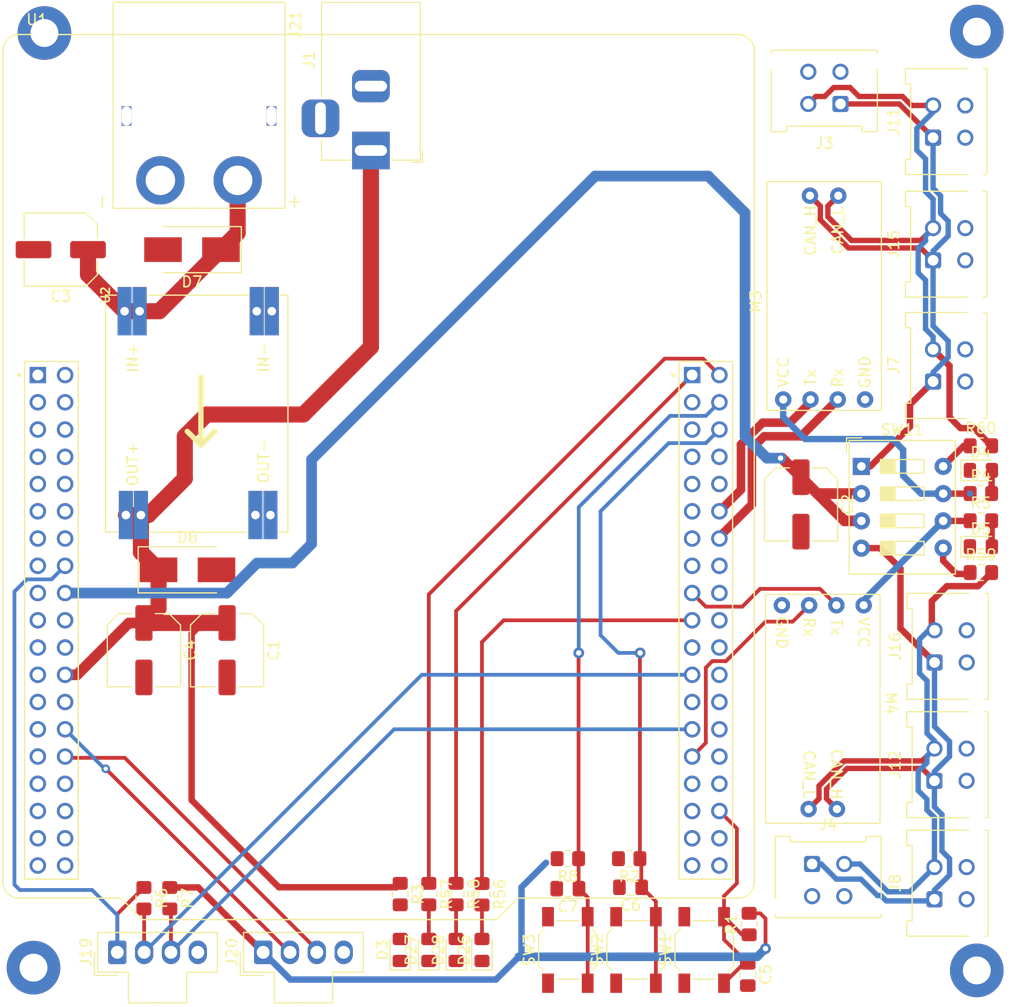
<source format=kicad_pcb>
(kicad_pcb (version 20211014) (generator pcbnew)
  (layers (0 "F.Cu" signal) (31 "B.Cu" signal) (34 "B.Paste" user) (35 "F.Paste" user) (36 "B.SilkS" user "B.Silkscreen") (37 "F.SilkS" user "F.Silkscreen") (38 "B.Mask" user) (39 "F.Mask" user) (44 "Edge.Cuts" user))
  (net 0 "")
  (net 1 "VCC")
  (net 2 "GND")
  (net 3 "+5V")
  (net 4 "+24V")
  (net 5 "/PC4")
  (net 6 "/PC5")
  (net 7 "/PC6")
  (net 8 "Net-(D3-Pad2)")
  (net 9 "Net-(D4-Pad2)")
  (net 10 "Net-(D5-Pad2)")
  (net 11 "Net-(D26-Pad2)")
  (net 12 "Net-(D27-Pad2)")
  (net 13 "Net-(D28-Pad2)")
  (net 14 "/CAN1+")
  (net 15 "/CAN1-")
  (net 17 "/CAN2+")
  (net 18 "/CAN2-")
  (net 26 "+3V3")
  (net 27 "/PA8")
  (net 28 "/PB4")
  (net 29 "/PA0")
  (net 30 "/PA1")
  (net 31 "/CAN1_VCC")
  (net 32 "/PA12")
  (net 33 "/PA11")
  (net 34 "/CAN2_VCC")
  (net 35 "/PB6")
  (net 36 "/PB5")
  (net 37 "/PC7")
  (net 38 "/PC8")
  (net 39 "/PC9")
  (net 85 "Net-(SW11-Pad5)")
  (net 86 "Net-(SW11-Pad8)")
  (footprint "Resistor_SMD:R_0805_2012Metric_Pad1.20x1.40mm_HandSolder" (layer "F.Cu") (at 70.358 114.554 -90)
    (fp_text reference "R7")
    (fp_text value "4.7k")
  )
  (footprint "PolyuRobotics:XT60PW-M20" (layer "F.Cu") (at 73.079 41.642 90)
    (fp_text reference "J21")
    (fp_text value "xt60 male")
  )
  (footprint "PolyuRobotics:TJA1050_CAN_Module" (layer "F.Cu") (at 131.572 58.928 90)
    (fp_text reference "M3")
    (fp_text value "TJA1050_Module")
  )
  (footprint "LED_SMD:LED_0805_2012Metric_Pad1.15x1.40mm_HandSolder" (layer "F.Cu") (at 94.488 119.38 90)
    (fp_text reference "D27")
    (fp_text value "LED2")
  )
  (footprint "Connector_Molex:Molex_Micro-Fit_3.0_43045-0412_2x02_P3.00mm_Vertical" (layer "F.Cu") (at 141.468 43.664 90)
    (fp_text reference "J11")
    (fp_text value "CAN1")
  )
  (footprint "Resistor_SMD:R_0805_2012Metric_Pad1.20x1.40mm_HandSolder" (layer "F.Cu") (at 124.333 116.967 90)
    (fp_text reference "R1")
    (fp_text value "47k")
  )
  (footprint "PolyuRobotics:DC-DC-mp1584_module" (layer "F.Cu") (at 64.36425 58.342 -90)
    (fp_text reference "U2")
    (fp_text value "MP1584")
  )
  (footprint "Resistor_SMD:R_0805_2012Metric_Pad1.20x1.40mm_HandSolder" (layer "F.Cu") (at 67.945 114.554 -90)
    (fp_text reference "R6")
    (fp_text value "4.7k")
  )
  (footprint "Capacitor_SMD:C_Elec_6.3x7.7" (layer "F.Cu") (at 75.692 91.44 -90)
    (fp_text reference "C1")
    (fp_text value "16v100uF")
  )
  (footprint "Resistor_SMD:R_0805_2012Metric_Pad1.20x1.40mm_HandSolder" (layer "F.Cu") (at 145.923 79.375)
    (fp_text reference "R5")
    (fp_text value "10K")
  )
  (footprint "Connector_Molex:Molex_Micro-Fit_3.0_43045-0412_2x02_P3.00mm_Vertical" (layer "F.Cu") (at 141.468 55.094 90)
    (fp_text reference "J15")
    (fp_text value "CAN1")
  )
  (footprint "Capacitor_SMD:C_0805_2012Metric_Pad1.18x1.45mm_HandSolder" (layer "F.Cu") (at 124.206 121.666 -90)
    (fp_text reference "C5")
    (fp_text value "100nF")
  )
  (footprint "LED_SMD:LED_0805_2012Metric_Pad1.15x1.40mm_HandSolder" (layer "F.Cu") (at 99.441 119.38 90)
    (fp_text reference "D26")
    (fp_text value "LED1")
  )
  (footprint "Connector_Molex:Molex_Micro-Fit_3.0_43045-0412_2x02_P3.00mm_Vertical" (layer "F.Cu") (at 141.595 103.608 90)
    (fp_text reference "J12")
    (fp_text value "CAN2")
  )
  (footprint "Capacitor_SMD:C_0805_2012Metric_Pad1.18x1.45mm_HandSolder" (layer "F.Cu") (at 107.442 113.665 180)
    (fp_text reference "C7")
    (fp_text value "100nF")
  )
  (footprint "Connector_BarrelJack:BarrelJack_Horizontal" (layer "F.Cu") (at 89.0955 44.862 -90)
    (fp_text reference "J1")
    (fp_text value "Barrel_Jack")
  )
  (footprint "Capacitor_SMD:C_Elec_6.3x7.7" (layer "F.Cu") (at 129.159 77.851 -90)
    (fp_text reference "C2")
    (fp_text value "16v 47uF")
  )
  (footprint "PolyuRobotics:TJA1050_CAN_Module" (layer "F.Cu") (at 130.937 96.393 -90)
    (fp_text reference "M4")
    (fp_text value "TJA1050_Module")
  )
  (footprint "Capacitor_SMD:C_0805_2012Metric_Pad1.18x1.45mm_HandSolder" (layer "F.Cu") (at 113.284 113.538 180)
    (fp_text reference "C6")
    (fp_text value "100nF")
  )
  (footprint "Capacitor_SMD:C_Elec_6.3x7.7" (layer "F.Cu") (at 67.945 91.44 -90)
    (fp_text reference "C4")
    (fp_text value "16v 100uF")
  )
  (footprint "Connector_Molex:Molex_Micro-Fit_3.0_43045-0412_2x02_P3.00mm_Vertical" (layer "F.Cu") (at 141.605 92.583 90)
    (fp_text reference "J16")
    (fp_text value "CAN2")
  )
  (footprint "Diode_SMD:D_SMB_Handsoldering" (layer "F.Cu") (at 72.009 83.947)
    (fp_text reference "D8")
    (fp_text value "SMBJ9VCA")
  )
  (footprint "Button_Switch_SMD:SW_SPST_SKQG_WithoutStem" (layer "F.Cu") (at 107.442 119.38 90)
    (fp_text reference "SW3")
    (fp_text value "SW3")
  )
  (footprint "Resistor_SMD:R_0805_2012Metric_Pad1.20x1.40mm_HandSolder" (layer "F.Cu") (at 145.923 76.835)
    (fp_text reference "R4")
    (fp_text value "10K")
  )
  (footprint "LED_SMD:LED_0805_2012Metric_Pad1.15x1.40mm_HandSolder" (layer "F.Cu") (at 91.821 119.38 90)
    (fp_text reference "D3")
    (fp_text value "power_led")
  )
  (footprint "Resistor_SMD:R_0805_2012Metric_Pad1.20x1.40mm_HandSolder" (layer "F.Cu") (at 99.441 114.189 -90)
    (fp_text reference "R56")
    (fp_text value "470R")
  )
  (footprint "LED_SMD:LED_0805_2012Metric_Pad1.15x1.40mm_HandSolder" (layer "F.Cu") (at 97.028 119.38 90)
    (fp_text reference "D28")
    (fp_text value "LED3")
  )
  (footprint "Resistor_SMD:R_0805_2012Metric_Pad1.20x1.40mm_HandSolder" (layer "F.Cu") (at 145.923 72.39)
    (fp_text reference "R60")
    (fp_text value "120R")
  )
  (footprint "Resistor_SMD:R_0805_2012Metric_Pad1.20x1.40mm_HandSolder" (layer "F.Cu") (at 107.442 110.871 180)
    (fp_text reference "R8")
    (fp_text value "47k")
  )
  (footprint "Connector_Molex:Molex_Nano-Fit_105309-xx04_1x04_P2.50mm_Vertical" (layer "F.Cu") (at 79.054 119.601 90)
    (fp_text reference "J20")
    (fp_text value "UART4")
  )
  (footprint "Button_Switch_SMD:SW_SPST_SKQG_WithoutStem" (layer "F.Cu") (at 120.142 119.38 90)
    (fp_text reference "SW1")
    (fp_text value "SW1")
  )
  (footprint "Connector_Molex:Molex_Micro-Fit_3.0_43045-0412_2x02_P3.00mm_Vertical" (layer "F.Cu") (at 130.199 111.369)
    (fp_text reference "J4")
    (fp_text value "CAN2")
  )
  (footprint "Resistor_SMD:R_0805_2012Metric_Pad1.20x1.40mm_HandSolder" (layer "F.Cu") (at 113.157 110.871 180)
    (fp_text reference "R2")
    (fp_text value "47k")
  )
  (footprint "Resistor_SMD:R_0805_2012Metric_Pad1.20x1.40mm_HandSolder" (layer "F.Cu") (at 91.821 114.173 -90)
    (fp_text reference "R3")
    (fp_text value "10K")
  )
  (footprint "Capacitor_SMD:C_Elec_6.3x7.7" (layer "F.Cu") (at 60.198 54.102 180)
    (fp_text reference "C3")
    (fp_text value "35v 47uF")
  )
  (footprint "Resistor_SMD:R_0805_2012Metric_Pad1.20x1.40mm_HandSolder" (layer "F.Cu") (at 145.923 84.201)
    (fp_text reference "R59")
    (fp_text value "120R")
  )
  (footprint "Connector_Molex:Molex_Nano-Fit_105309-xx04_1x04_P2.50mm_Vertical" (layer "F.Cu") (at 65.465 119.601 90)
    (fp_text reference "J19")
    (fp_text value "I2C3")
  )
  (footprint "Diode_SMD:D_SMB_Handsoldering" (layer "F.Cu") (at 72.423 54.102 180)
    (fp_text reference "D7")
    (fp_text value "SMBJ24CA")
  )
  (footprint "Connector_Molex:Molex_Micro-Fit_3.0_43045-0412_2x02_P3.00mm_Vertical" (layer "F.Cu") (at 141.595 114.657 90)
    (fp_text reference "J8")
    (fp_text value "CAN2")
  )
  (footprint "LED_SMD:LED_0805_2012Metric_Pad1.15x1.40mm_HandSolder" (layer "F.Cu") (at 145.923 81.788)
    (fp_text reference "D5")
    (fp_text value "can_led")
  )
  (footprint "Resistor_SMD:R_0805_2012Metric_Pad1.20x1.40mm_HandSolder" (layer "F.Cu") (at 94.488 114.173 -90)
    (fp_text reference "R57")
    (fp_text value "470R")
  )
  (footprint "PolyuRobotics:NUCLEO-F446RE" (layer "F.Cu") (at 89.812 75.301)
    (fp_text reference "U1")
    (fp_text value "NUCLEO-F446RE")
  )
  (footprint "Button_Switch_SMD:SW_SPST_SKQG_WithoutStem" (layer "F.Cu") (at 113.792 119.38 90)
    (fp_text reference "SW2")
    (fp_text value "SW2")
  )
  (footprint "Connector_Molex:Molex_Micro-Fit_3.0_43045-0412_2x02_P3.00mm_Vertical" (layer "F.Cu") (at 141.468 66.397 90)
    (fp_text reference "J7")
    (fp_text value "CAN1")
  )
  (footprint "Resistor_SMD:R_0805_2012Metric_Pad1.20x1.40mm_HandSolder" (layer "F.Cu") (at 97.028 114.173 -90)
    (fp_text reference "R58")
    (fp_text value "470R")
  )
  (footprint "Button_Switch_THT:SW_DIP_SPSTx04_Slide_9.78x12.34mm_W7.62mm_P2.54mm" (layer "F.Cu") (at 134.7895 74.305)
    (fp_text reference "SW11")
    (fp_text value "DIP1")
  )
  (footprint "Connector_Molex:Molex_Micro-Fit_3.0_43045-0412_2x02_P3.00mm_Vertical" (layer "F.Cu") (at 132.842 40.523 180)
    (fp_text reference "J3")
    (fp_text value "CAN1")
  )
  (footprint "LED_SMD:LED_0805_2012Metric_Pad1.15x1.40mm_HandSolder" (layer "F.Cu") (at 145.923 74.676)
    (fp_text reference "D4")
    (fp_text value "can_led")
  )
  (via (at 57.658 121.031) (size 5) (drill 2.6) (layers "F.Cu" "B.Cu") (net 0))
  (via (at 58.674 33.909) (size 5) (drill 2.6) (layers "F.Cu" "B.Cu") (net 0))
  (via (at 145.542 33.782) (size 5) (drill 2.6) (layers "F.Cu" "B.Cu") (net 0))
  (via (at 145.542 121.285) (size 5) (drill 2.6) (layers "F.Cu" "B.Cu") (net 0))
  (segment (start 71.755 71.501) (end 71.755 75.438) (width 1.5) (layer "F.Cu") (net 1))
  (segment (start 73.4035 88.9025) (end 72.39 89.916) (width 0.6) (layer "F.Cu") (net 1))
  (segment (start 67.66625 78.842) (end 67.66625 82.30425) (width 1.5) (layer "F.Cu") (net 1))
  (segment (start 67.945 88.9025) (end 68.9635 88.9025) (width 1.5) (layer "F.Cu") (net 1))
  (segment (start 68.9635 88.9025) (end 75.692 88.9025) (width 1.5) (layer "F.Cu") (net 1))
  (segment (start 75.692 88.9025) (end 73.4035 88.9025) (width 0.6) (layer "F.Cu") (net 1))
  (segment (start 66.5455 88.9025) (end 68.9635 88.9025) (width 1) (layer "F.Cu") (net 1))
  (segment (start 69.309 87.5385) (end 67.945 88.9025) (width 1.5) (layer "F.Cu") (net 1))
  (segment (start 69.309 83.947) (end 69.309 87.5385) (width 1.5) (layer "F.Cu") (net 1))
  (segment (start 89.0955 44.862) (end 89.0955 63.1775) (width 1.5) (layer "F.Cu") (net 1))
  (segment (start 72.39 89.916) (end 72.39 105.41) (width 0.6) (layer "F.Cu") (net 1))
  (segment (start 67.66625 82.30425) (end 69.309 83.947) (width 1.5) (layer "F.Cu") (net 1))
  (segment (start 80.518 113.538) (end 91.456 113.538) (width 0.6) (layer "F.Cu") (net 1))
  (segment (start 72.39 105.41) (end 80.518 113.538) (width 0.6) (layer "F.Cu") (net 1))
  (segment (start 71.755 75.438) (end 68.351 78.842) (width 1.5) (layer "F.Cu") (net 1))
  (segment (start 61.717 93.731) (end 66.5455 88.9025) (width 1) (layer "F.Cu") (net 1))
  (segment (start 82.804 69.469) (end 73.787 69.469) (width 1.5) (layer "F.Cu") (net 1))
  (segment (start 60.602 93.731) (end 61.717 93.731) (width 1) (layer "F.Cu") (net 1))
  (segment (start 91.456 113.538) (end 91.821 113.173) (width 0.6) (layer "F.Cu") (net 1))
  (segment (start 89.0955 63.1775) (end 82.804 69.469) (width 1.5) (layer "F.Cu") (net 1))
  (segment (start 68.351 78.842) (end 66.26625 78.842) (width 1.5) (layer "F.Cu") (net 1))
  (segment (start 73.787 69.469) (end 71.755 71.501) (width 1.5) (layer "F.Cu") (net 1))
  (segment (start 130.6905 76.845) (end 133.2305 79.385) (width 1) (layer "F.Cu") (net 3))
  (segment (start 127.3785 73.533) (end 129.159 75.3135) (width 1) (layer "F.Cu") (net 3))
  (segment (start 133.2305 79.385) (end 134.7895 79.385) (width 1) (layer "F.Cu") (net 3))
  (segment (start 129.159 75.3135) (end 130.6905 76.845) (width 1) (layer "F.Cu") (net 3))
  (segment (start 127.254 73.533) (end 127.3785 73.533) (width 1) (layer "F.Cu") (net 3))
  (segment (start 130.6905 76.845) (end 134.7895 76.845) (width 1) (layer "F.Cu") (net 3))
  (via (at 127.254 73.533) (size 1) (drill 0.5) (layers "F.Cu" "B.Cu") (net 3))
  (segment (start 125.984 73.533) (end 123.952 71.501) (width 1) (layer "B.Cu") (net 3))
  (segment (start 81.788 83.312) (end 78.486 83.312) (width 1) (layer "B.Cu") (net 3))
  (segment (start 83.566 81.534) (end 81.788 83.312) (width 1) (layer "B.Cu") (net 3))
  (segment (start 120.523 47.244) (end 109.982 47.244) (width 1) (layer "B.Cu") (net 3))
  (segment (start 78.486 83.312) (end 75.687 86.111) (width 1) (layer "B.Cu") (net 3))
  (segment (start 75.687 86.111) (end 60.602 86.111) (width 1) (layer "B.Cu") (net 3))
  (segment (start 123.952 71.501) (end 123.952 50.673) (width 1) (layer "B.Cu") (net 3))
  (segment (start 127.254 73.533) (end 125.984 73.533) (width 1) (layer "B.Cu") (net 3))
  (segment (start 123.952 50.673) (end 120.523 47.244) (width 1) (layer "B.Cu") (net 3))
  (segment (start 83.566 73.66) (end 83.566 81.534) (width 1) (layer "B.Cu") (net 3))
  (segment (start 109.982 47.244) (end 83.566 73.66) (width 1) (layer "B.Cu") (net 3))
  (segment (start 62.7355 56.43525) (end 66.14225 59.842) (width 1.5) (layer "F.Cu") (net 4))
  (segment (start 76.679 47.642) (end 76.679 52.546) (width 1.5) (layer "F.Cu") (net 4))
  (segment (start 76.679 52.546) (end 75.123 54.102) (width 1.5) (layer "F.Cu") (net 4))
  (segment (start 62.7355 54.102) (end 62.7355 56.43525) (width 1.5) (layer "F.Cu") (net 4))
  (segment (start 75.123 54.102) (end 69.383 59.842) (width 1.5) (layer "F.Cu") (net 4))
  (segment (start 69.383 59.842) (end 66.14225 59.842) (width 1.5) (layer "F.Cu") (net 4))
  (segment (start 121.992 116.28) (end 121.992 114.355) (width 0.35) (layer "F.Cu") (net 5))
  (segment (start 123.8435 120.6285) (end 121.992 122.48) (width 0.35) (layer "F.Cu") (net 5))
  (segment (start 123.19 108.059) (end 123.19 113.157) (width 0.35) (layer "F.Cu") (net 5))
  (segment (start 121.992 118.4145) (end 124.206 120.6285) (width 0.35) (layer "F.Cu") (net 5))
  (segment (start 121.992 114.355) (end 123.19 113.157) (width 0.35) (layer "F.Cu") (net 5))
  (segment (start 124.206 120.6285) (end 123.8435 120.6285) (width 0.35) (layer "F.Cu") (net 5))
  (segment (start 124.333 117.967) (end 123.679 117.967) (width 0.35) (layer "F.Cu") (net 5))
  (segment (start 123.679 117.967) (end 121.992 116.28) (width 0.35) (layer "F.Cu") (net 5))
  (segment (start 121.562 106.431) (end 123.19 108.059) (width 0.35) (layer "F.Cu") (net 5))
  (segment (start 121.992 116.28) (end 121.992 118.4145) (width 0.35) (layer "F.Cu") (net 5))
  (segment (start 114.284 113.5005) (end 114.3215 113.538) (width 0.35) (layer "F.Cu") (net 6))
  (segment (start 114.284 110.871) (end 114.284 113.5005) (width 0.35) (layer "F.Cu") (net 6))
  (segment (start 114.157 91.71) (end 114.173 91.694) (width 0.35) (layer "F.Cu") (net 6))
  (segment (start 115.642 114.8585) (end 115.642 116.28) (width 0.35) (layer "F.Cu") (net 6))
  (segment (start 114.3215 113.538) (end 115.642 114.8585) (width 0.35) (layer "F.Cu") (net 6))
  (segment (start 114.157 110.871) (end 114.157 91.71) (width 0.35) (layer "F.Cu") (net 6))
  (segment (start 115.642 116.28) (end 115.642 122.48) (width 0.35) (layer "F.Cu") (net 6))
  (via (at 114.173 91.694) (size 1) (drill 0.5) (layers "F.Cu" "B.Cu") (net 6))
  (segment (start 112.141 91.694) (end 110.49 90.043) (width 0.35) (layer "B.Cu") (net 6))
  (segment (start 110.49 90.043) (end 110.49 78.486) (width 0.35) (layer "B.Cu") (net 6))
  (segment (start 120.297 72.136) (end 121.562 70.871) (width 0.35) (layer "B.Cu") (net 6))
  (segment (start 116.84 72.136) (end 120.297 72.136) (width 0.35) (layer "B.Cu") (net 6))
  (segment (start 114.173 91.694) (end 112.141 91.694) (width 0.35) (layer "B.Cu") (net 6))
  (segment (start 110.49 78.486) (end 116.84 72.136) (width 0.35) (layer "B.Cu") (net 6))
  (segment (start 108.442 113.6275) (end 108.4795 113.665) (width 0.35) (layer "F.Cu") (net 7))
  (segment (start 109.292 114.4775) (end 109.292 116.28) (width 0.35) (layer "F.Cu") (net 7))
  (segment (start 109.292 116.28) (end 109.292 122.48) (width 0.35) (layer "F.Cu") (net 7))
  (segment (start 108.442 110.871) (end 108.442 91.71) (width 0.35) (layer "F.Cu") (net 7))
  (segment (start 108.4795 113.665) (end 109.292 114.4775) (width 0.35) (layer "F.Cu") (net 7))
  (segment (start 108.442 91.71) (end 108.458 91.694) (width 0.35) (layer "F.Cu") (net 7))
  (segment (start 108.442 110.871) (end 108.442 113.6275) (width 0.35) (layer "F.Cu") (net 7))
  (via (at 108.458 91.694) (size 1) (drill 0.5) (layers "F.Cu" "B.Cu") (net 7))
  (segment (start 120.297 69.596) (end 121.562 68.331) (width 0.35) (layer "B.Cu") (net 7))
  (segment (start 116.967 69.596) (end 120.297 69.596) (width 0.35) (layer "B.Cu") (net 7))
  (segment (start 108.458 91.694) (end 108.458 78.105) (width 0.35) (layer "B.Cu") (net 7))
  (segment (start 108.458 78.105) (end 116.967 69.596) (width 0.35) (layer "B.Cu") (net 7))
  (segment (start 146.923 76.835) (end 146.923 74.701) (width 0.6) (layer "F.Cu") (net 9))
  (segment (start 146.923 74.701) (end 146.948 74.676) (width 0.6) (layer "F.Cu") (net 9))
  (segment (start 146.923 79.375) (end 146.923 81.763) (width 0.6) (layer "F.Cu") (net 10))
  (segment (start 146.923 81.763) (end 146.948 81.788) (width 0.6) (layer "F.Cu") (net 10))
  (segment (start 99.441 115.189) (end 99.441 118.355) (width 0.35) (layer "F.Cu") (net 11))
  (segment (start 94.488 115.173) (end 94.488 118.355) (width 0.35) (layer "F.Cu") (net 12))
  (segment (start 97.028 115.173) (end 97.028 118.355) (width 0.35) (layer "F.Cu") (net 13))
  (segment (start 130.968 51.325976) (end 133.586024 53.944) (width 0.5) (layer "F.Cu") (net 14))
  (segment (start 139.319 70.612) (end 135.626 74.305) (width 0.6) (layer "F.Cu") (net 14))
  (segment (start 132.842 40.523) (end 138.327 40.523) (width 0.5) (layer "F.Cu") (net 14))
  (segment (start 135.626 74.305) (end 134.7895 74.305) (width 0.6) (layer "F.Cu") (net 14))
  (segment (start 130.968 50.0436) (end 130.968 51.325976) (width 0.5) (layer "F.Cu") (net 14))
  (segment (start 129.9972 49.0728) (end 130.968 50.0436) (width 0.5) (layer "F.Cu") (net 14))
  (segment (start 133.586024 53.944) (end 140.318 53.944) (width 0.5) (layer "F.Cu") (net 14))
  (segment (start 139.319 68.546) (end 139.319 70.612) (width 0.6) (layer "F.Cu") (net 14))
  (segment (start 140.318 53.944) (end 141.468 55.094) (width 0.5) (layer "F.Cu") (net 14))
  (segment (start 138.327 40.523) (end 141.468 43.664) (width 0.5) (layer "F.Cu") (net 14))
  (segment (start 141.468 66.397) (end 139.319 68.546) (width 0.6) (layer "F.Cu") (net 14))
  (segment (start 141.468 55.094) (end 141.468 61.210973) (width 0.5) (layer "B.Cu") (net 14))
  (segment (start 142.875 62.617973) (end 142.875 64.135) (width 0.5) (layer "B.Cu") (net 14))
  (segment (start 142.16752 50.72752) (end 142.16752 49.07652) (width 0.5) (layer "B.Cu") (net 14))
  (segment (start 142.875 52.832) (end 142.875 51.435) (width 0.5) (layer "B.Cu") (net 14))
  (segment (start 142.875 51.435) (end 142.16752 50.72752) (width 0.5) (layer "B.Cu") (net 14))
  (segment (start 141.468 54.239) (end 142.875 52.832) (width 0.5) (layer "B.Cu") (net 14))
  (segment (start 141.468 48.377) (end 141.468 43.664) (width 0.5) (layer "B.Cu") (net 14))
  (segment (start 141.468 65.542) (end 141.468 66.397) (width 0.5) (layer "B.Cu") (net 14))
  (segment (start 141.468 55.094) (end 141.468 54.239) (width 0.5) (layer "B.Cu") (net 14))
  (segment (start 141.468 61.210973) (end 142.875 62.617973) (width 0.5) (layer "B.Cu") (net 14))
  (segment (start 142.16752 49.07652) (end 141.468 48.377) (width 0.5) (layer "B.Cu") (net 14))
  (segment (start 142.875 64.135) (end 141.468 65.542) (width 0.5) (layer "B.Cu") (net 14))
  (segment (start 144.018 70.739) (end 145.272 70.739) (width 0.6) (layer "F.Cu") (net 15))
  (segment (start 133.875976 53.244) (end 140.318 53.244) (width 0.5) (layer "F.Cu") (net 15))
  (segment (start 143.002 64.931) (end 143.002 69.723) (width 0.6) (layer "F.Cu") (net 15))
  (segment (start 140.318 53.244) (end 141.468 52.094) (width 0.5) (layer "F.Cu") (net 15))
  (segment (start 139.45795 40.664) (end 141.468 40.664) (width 0.5) (layer "F.Cu") (net 15))
  (segment (start 141.468 63.397) (end 143.002 64.931) (width 0.6) (layer "F.Cu") (net 15))
  (segment (start 145.272 70.739) (end 146.923 72.39) (width 0.6) (layer "F.Cu") (net 15))
  (segment (start 133.731 38.989) (end 134.565 39.823) (width 0.5) (layer "F.Cu") (net 15))
  (segment (start 131.668 50.0436) (end 131.668 51.036024) (width 0.5) (layer "F.Cu") (net 15))
  (segment (start 131.668 51.036024) (end 133.875976 53.244) (width 0.5) (layer "F.Cu") (net 15))
  (segment (start 138.61695 39.823) (end 139.45795 40.664) (width 0.5) (layer "F.Cu") (net 15))
  (segment (start 132.207 38.989) (end 133.731 38.989) (width 0.5) (layer "F.Cu") (net 15))
  (segment (start 129.842 40.523) (end 130.542 39.823) (width 0.5) (layer "F.Cu") (net 15))
  (segment (start 134.565 39.823) (end 138.61695 39.823) (width 0.5) (layer "F.Cu") (net 15))
  (segment (start 143.002 69.723) (end 144.018 70.739) (width 0.6) (layer "F.Cu") (net 15))
  (segment (start 132.6388 49.0728) (end 131.668 50.0436) (width 0.5) (layer "F.Cu") (net 15))
  (segment (start 131.373 39.823) (end 132.207 38.989) (width 0.5) (layer "F.Cu") (net 15))
  (segment (start 130.542 39.823) (end 131.373 39.823) (width 0.5) (layer "F.Cu") (net 15))
  (segment (start 140.768 45.645) (end 139.954 44.831) (width 0.5) (layer "B.Cu") (net 15))
  (segment (start 141.468 62.200925) (end 141.468 63.397) (width 0.5) (layer "B.Cu") (net 15))
  (segment (start 139.954 42.799) (end 141.468 41.285) (width 0.5) (layer "B.Cu") (net 15))
  (segment (start 141.468 52.094) (end 141.468 49.393) (width 0.5) (layer "B.Cu") (net 15))
  (segment (start 140.768 56.948) (end 140.768 61.500925) (width 0.5) (layer "B.Cu") (net 15))
  (segment (start 140.768 53.288) (end 140.081 53.975) (width 0.5) (layer "B.Cu") (net 15))
  (segment (start 141.468 49.393) (end 140.768 48.693) (width 0.5) (layer "B.Cu") (net 15))
  (segment (start 140.081 56.261) (end 140.768 56.948) (width 0.5) (layer "B.Cu") (net 15))
  (segment (start 140.768 61.500925) (end 141.468 62.200925) (width 0.5) (layer "B.Cu") (net 15))
  (segment (start 141.468 41.285) (end 141.468 40.664) (width 0.5) (layer "B.Cu") (net 15))
  (segment (start 140.081 53.975) (end 140.081 56.261) (width 0.5) (layer "B.Cu") (net 15))
  (segment (start 141.468 52.094) (end 140.768 52.794) (width 0.5) (layer "B.Cu") (net 15))
  (segment (start 139.954 44.831) (end 139.954 42.799) (width 0.5) (layer "B.Cu") (net 15))
  (segment (start 140.768 48.693) (end 140.768 45.645) (width 0.5) (layer "B.Cu") (net 15))
  (segment (start 140.768 52.794) (end 140.768 53.288) (width 0.5) (layer "B.Cu") (net 15))
  (segment (start 131.541 105.2774) (end 131.541 104.378058) (width 0.5) (layer "F.Cu") (net 17))
  (segment (start 132.5118 106.2482) (end 131.541 105.2774) (width 0.5) (layer "F.Cu") (net 17))
  (segment (start 141.605 92.583) (end 138.43 89.408) (width 0.6) (layer "F.Cu") (net 17))
  (segment (start 138.43 89.408) (end 138.43 83.82) (width 0.6) (layer "F.Cu") (net 17))
  (segment (start 136.535 81.925) (end 134.7895 81.925) (width 0.6) (layer "F.Cu") (net 17))
  (segment (start 131.541 104.378058) (end 133.461058 102.458) (width 0.5) (layer "F.Cu") (net 17))
  (segment (start 140.445 102.458) (end 141.595 103.608) (width 0.5) (layer "F.Cu") (net 17))
  (segment (start 138.43 83.82) (end 136.535 81.925) (width 0.6) (layer "F.Cu") (net 17))
  (segment (start 133.461058 102.458) (end 140.445 102.458) (width 0.5) (layer "F.Cu") (net 17))
  (segment (start 142.295 106.748024) (end 142.295 110.164) (width 0.5) (layer "B.Cu") (net 17))
  (segment (start 141.595 103.608) (end 141.605 103.598) (width 0.5) (layer "B.Cu") (net 17))
  (segment (start 141.444 114.808) (end 137.111537 114.808) (width 0.5) (layer "B.Cu") (net 17))
  (segment (start 136.613016 114.309479) (end 136.280479 114.309479) (width 0.5) (layer "B.Cu") (net 17))
  (segment (start 141.60452 92.58348) (end 141.605 92.583) (width 0.5) (layer "B.Cu") (net 17))
  (segment (start 141.595 103.608) (end 141.595 106.048024) (width 0.5) (layer "B.Cu") (net 17))
  (segment (start 141.605 102.743) (end 143.002 101.346) (width 0.5) (layer "B.Cu") (net 17))
  (segment (start 141.605 103.598) (end 141.605 102.743) (width 0.5) (layer "B.Cu") (net 17))
  (segment (start 141.595 113.802) (end 141.595 114.657) (width 0.5) (layer "B.Cu") (net 17))
  (segment (start 142.295 110.164) (end 143.002 110.871) (width 0.5) (layer "B.Cu") (net 17))
  (segment (start 132.461 112.776) (end 131.054 111.369) (width 0.5) (layer "B.Cu") (net 17))
  (segment (start 143.002 101.346) (end 143.002 99.949) (width 0.5) (layer "B.Cu") (net 17))
  (segment (start 141.60452 98.55152) (end 141.60452 92.58348) (width 0.5) (layer "B.Cu") (net 17))
  (segment (start 143.002 112.395) (end 141.595 113.802) (width 0.5) (layer "B.Cu") (net 17))
  (segment (start 143.002 99.949) (end 141.60452 98.55152) (width 0.5) (layer "B.Cu") (net 17))
  (segment (start 143.002 110.871) (end 143.002 112.395) (width 0.5) (layer "B.Cu") (net 17))
  (segment (start 137.111537 114.808) (end 136.613016 114.309479) (width 0.5) (layer "B.Cu") (net 17))
  (segment (start 134.747 112.776) (end 132.461 112.776) (width 0.5) (layer "B.Cu") (net 17))
  (segment (start 131.054 111.369) (end 130.199 111.369) (width 0.5) (layer "B.Cu") (net 17))
  (segment (start 141.595 106.048024) (end 142.295 106.748024) (width 0.5) (layer "B.Cu") (net 17))
  (segment (start 141.595 114.657) (end 141.444 114.808) (width 0.5) (layer "B.Cu") (net 17))
  (segment (start 136.280479 114.309479) (end 134.747 112.776) (width 0.5) (layer "B.Cu") (net 17))
  (segment (start 130.841 105.2774) (end 130.841 104.088106) (width 0.5) (layer "F.Cu") (net 18))
  (segment (start 129.8702 106.2482) (end 130.841 105.2774) (width 0.5) (layer "F.Cu") (net 18))
  (segment (start 142.748 85.471) (end 141.351 86.868) (width 0.6) (layer "F.Cu") (net 18))
  (segment (start 133.171106 101.758) (end 140.445 101.758) (width 0.5) (layer "F.Cu") (net 18))
  (segment (start 141.351 89.329) (end 141.605 89.583) (width 0.6) (layer "F.Cu") (net 18))
  (segment (start 130.841 104.088106) (end 133.171106 101.758) (width 0.5) (layer "F.Cu") (net 18))
  (segment (start 141.351 86.868) (end 141.351 89.329) (width 0.6) (layer "F.Cu") (net 18))
  (segment (start 146.923 84.201) (end 145.653 85.471) (width 0.6) (layer "F.Cu") (net 18))
  (segment (start 145.653 85.471) (end 142.748 85.471) (width 0.6) (layer "F.Cu") (net 18))
  (segment (start 140.445 101.758) (end 141.595 100.608) (width 0.5) (layer "F.Cu") (net 18))
  (segment (start 140.905 94.296) (end 140.208 93.599) (width 0.5) (layer "B.Cu") (net 18))
  (segment (start 134.662473 111.369) (end 133.199 111.369) (width 0.5) (layer "B.Cu") (net 18))
  (segment (start 140.081 102.743) (end 140.081 104.521) (width 0.5) (layer "B.Cu") (net 18))
  (segment (start 141.595 107.037976) (end 141.595 111.657) (width 0.5) (layer "B.Cu") (net 18))
  (segment (start 141.595 111.657) (end 139.295 113.957) (width 0.5) (layer "B.Cu") (net 18))
  (segment (start 139.295 113.957) (end 137.250473 113.957) (width 0.5) (layer "B.Cu") (net 18))
  (segment (start 140.895 101.929) (end 140.081 102.743) (width 0.5) (layer "B.Cu") (net 18))
  (segment (start 141.595 100.608) (end 141.595 99.888853) (width 0.5) (layer "B.Cu") (net 18))
  (segment (start 140.895 105.335) (end 140.895 106.337976) (width 0.5) (layer "B.Cu") (net 18))
  (segment (start 140.905 99.198853) (end 140.905 94.296) (width 0.5) (layer "B.Cu") (net 18))
  (segment (start 141.049 89.583) (end 141.605 89.583) (width 0.5) (layer "B.Cu") (net 18))
  (segment (start 140.895 106.337976) (end 141.595 107.037976) (width 0.5) (layer "B.Cu") (net 18))
  (segment (start 140.208 93.599) (end 140.208 90.424) (width 0.5) (layer "B.Cu") (net 18))
  (segment (start 140.208 90.424) (end 141.049 89.583) (width 0.5) (layer "B.Cu") (net 18))
  (segment (start 141.595 100.608) (end 140.895 101.308) (width 0.5) (layer "B.Cu") (net 18))
  (segment (start 141.595 99.888853) (end 140.905 99.198853) (width 0.5) (layer "B.Cu") (net 18))
  (segment (start 140.081 104.521) (end 140.895 105.335) (width 0.5) (layer "B.Cu") (net 18))
  (segment (start 137.250473 113.957) (end 134.662473 111.369) (width 0.5) (layer "B.Cu") (net 18))
  (segment (start 140.895 101.308) (end 140.895 101.929) (width 0.5) (layer "B.Cu") (net 18))
  (segment (start 125.365 115.967) (end 124.333 115.967) (width 0.35) (layer "F.Cu") (net 26))
  (segment (start 67.945 113.554) (end 65.465 116.034) (width 0.35) (layer "F.Cu") (net 26))
  (segment (start 125.857 119.253) (end 125.857 116.459) (width 0.35) (layer "F.Cu") (net 26))
  (segment (start 70.358 113.554) (end 73.007 113.554) (width 0.6) (layer "F.Cu") (net 26))
  (segment (start 73.007 113.554) (end 79.054 119.601) (width 0.6) (layer "F.Cu") (net 26))
  (segment (start 65.465 116.034) (end 65.465 119.601) (width 0.35) (layer "F.Cu") (net 26))
  (segment (start 125.857 116.459) (end 125.365 115.967) (width 0.35) (layer "F.Cu") (net 26))
  (via (at 125.857 119.253) (size 1) (drill 0.5) (layers "F.Cu" "B.Cu") (net 26))
  (segment (start 63.119 113.792) (end 65.465 116.138) (width 0.35) (layer "B.Cu") (net 26))
  (segment (start 65.465 116.138) (end 65.465 119.601) (width 0.35) (layer "B.Cu") (net 26))
  (segment (start 125.857 119.253) (end 125.095 120.015) (width 0.8) (layer "B.Cu") (net 26))
  (segment (start 56.388 113.792) (end 63.119 113.792) (width 0.35) (layer "B.Cu") (net 26))
  (segment (start 102.87 120.015) (end 100.744479 122.140521) (width 0.6) (layer "B.Cu") (net 26))
  (segment (start 60.602 83.571) (end 59.337 84.836) (width 0.35) (layer "B.Cu") (net 26))
  (segment (start 55.88 113.284) (end 56.388 113.792) (width 0.35) (layer "B.Cu") (net 26))
  (segment (start 81.593521 122.140521) (end 79.054 119.601) (width 0.6) (layer "B.Cu") (net 26))
  (segment (start 100.744479 122.140521) (end 81.593521 122.140521) (width 0.6) (layer "B.Cu") (net 26))
  (segment (start 103.124 113.538) (end 103.124 119.761) (width 0.6) (layer "B.Cu") (net 26))
  (segment (start 125.095 120.015) (end 102.87 120.015) (width 0.8) (layer "B.Cu") (net 26))
  (segment (start 57.023 84.836) (end 55.88 85.979) (width 0.35) (layer "B.Cu") (net 26))
  (segment (start 105.41 111.252) (end 103.124 113.538) (width 0.6) (layer "B.Cu") (net 26))
  (segment (start 59.337 84.836) (end 57.023 84.836) (width 0.35) (layer "B.Cu") (net 26))
  (segment (start 55.88 85.979) (end 55.88 113.284) (width 0.35) (layer "B.Cu") (net 26))
  (segment (start 103.124 119.761) (end 102.87 120.015) (width 0.6) (layer "B.Cu") (net 26))
  (segment (start 67.965 115.574) (end 67.965 119.601) (width 0.35) (layer "F.Cu") (net 27))
  (segment (start 67.945 115.554) (end 67.965 115.574) (width 0.35) (layer "F.Cu") (net 27))
  (segment (start 67.965 119.601) (end 93.835 93.731) (width 0.35) (layer "B.Cu") (net 27))
  (segment (start 93.835 93.731) (end 119.022 93.731) (width 0.35) (layer "B.Cu") (net 27))
  (segment (start 70.465 115.661) (end 70.465 119.601) (width 0.35) (layer "F.Cu") (net 28))
  (segment (start 70.358 115.554) (end 70.465 115.661) (width 0.35) (layer "F.Cu") (net 28))
  (segment (start 91.255 98.811) (end 119.022 98.811) (width 0.35) (layer "B.Cu") (net 28))
  (segment (start 70.465 119.601) (end 91.255 98.811) (width 0.35) (layer "B.Cu") (net 28))
  (segment (start 81.501 119.601) (end 81.554 119.601) (width 0.35) (layer "F.Cu") (net 29))
  (segment (start 64.389 102.489) (end 81.501 119.601) (width 0.35) (layer "F.Cu") (net 29))
  (via (at 64.389 102.489) (size 0.8) (drill 0.4) (layers "F.Cu" "B.Cu") (net 29))
  (segment (start 64.389 102.489) (end 64.28 102.489) (width 0.35) (layer "B.Cu") (net 29))
  (segment (start 64.28 102.489) (end 60.602 98.811) (width 0.35) (layer "B.Cu") (net 29))
  (segment (start 66.167 101.473) (end 60.724 101.473) (width 0.35) (layer "F.Cu") (net 30))
  (segment (start 84.054 119.36) (end 66.167 101.473) (width 0.35) (layer "F.Cu") (net 30))
  (segment (start 60.724 101.473) (end 60.602 101.351) (width 0.35) (layer "F.Cu") (net 30))
  (segment (start 84.054 119.601) (end 84.054 119.36) (width 0.35) (layer "F.Cu") (net 30))
  (segment (start 144.913 76.845) (end 144.923 76.835) (width 0.6) (layer "F.Cu") (net 31))
  (segment (start 142.4095 76.845) (end 144.913 76.845) (width 0.6) (layer "F.Cu") (net 31))
  (segment (start 138.684 75.184) (end 140.345 76.845) (width 0.6) (layer "B.Cu") (net 31))
  (segment (start 144.913 76.845) (end 144.923 76.835) (width 0.6) (layer "B.Cu") (net 31))
  (segment (start 140.345 76.845) (end 142.4095 76.845) (width 0.6) (layer "B.Cu") (net 31))
  (segment (start 138.684 72.771) (end 138.684 75.184) (width 0.6) (layer "B.Cu") (net 31))
  (segment (start 127.508 68.072) (end 127.508 69.723) (width 0.6) (layer "B.Cu") (net 31))
  (segment (start 129.54 71.755) (end 137.668 71.755) (width 0.6) (layer "B.Cu") (net 31))
  (segment (start 127.508 69.723) (end 129.54 71.755) (width 0.6) (layer "B.Cu") (net 31))
  (segment (start 137.668 71.755) (end 138.684 72.771) (width 0.6) (layer "B.Cu") (net 31))
  (segment (start 125.586466 70.231) (end 123.571 72.246466) (width 0.8) (layer "F.Cu") (net 32))
  (segment (start 128.143 70.231) (end 125.586466 70.231) (width 0.8) (layer "F.Cu") (net 32))
  (segment (start 123.571 76.482) (end 121.562 78.491) (width 0.8) (layer "F.Cu") (net 32))
  (segment (start 123.571 72.246466) (end 123.571 76.482) (width 0.8) (layer "F.Cu") (net 32))
  (segment (start 130.048 68.326) (end 128.143 70.231) (width 0.8) (layer "F.Cu") (net 32))
  (segment (start 130.048 68.072) (end 130.048 68.326) (width 0.8) (layer "F.Cu") (net 32))
  (segment (start 121.562 80.876) (end 121.562 81.031) (width 0.8) (layer "F.Cu") (net 33))
  (segment (start 124.587 77.851) (end 121.562 80.876) (width 0.8) (layer "F.Cu") (net 33))
  (segment (start 125.73 71.501) (end 124.587 72.644) (width 0.8) (layer "F.Cu") (net 33))
  (segment (start 124.587 72.644) (end 124.587 77.851) (width 0.8) (layer "F.Cu") (net 33))
  (segment (start 132.588 68.072) (end 129.159 71.501) (width 0.8) (layer "F.Cu") (net 33))
  (segment (start 129.159 71.501) (end 125.73 71.501) (width 0.8) (layer "F.Cu") (net 33))
  (segment (start 144.913 79.385) (end 144.923 79.375) (width 0.6) (layer "F.Cu") (net 34))
  (segment (start 142.4095 79.385) (end 144.913 79.385) (width 0.6) (layer "F.Cu") (net 34))
  (segment (start 142.4095 79.385) (end 135.001 86.7935) (width 0.6) (layer "B.Cu") (net 34))
  (segment (start 142.4195 79.375) (end 142.4095 79.385) (width 0.6) (layer "B.Cu") (net 34))
  (segment (start 135.001 86.7935) (end 135.001 87.249) (width 0.6) (layer "B.Cu") (net 34))
  (segment (start 125.349 85.725) (end 123.698 87.376) (width 0.35) (layer "F.Cu") (net 35))
  (segment (start 120.287 87.376) (end 119.022 86.111) (width 0.35) (layer "F.Cu") (net 35))
  (segment (start 130.937 85.725) (end 125.349 85.725) (width 0.35) (layer "F.Cu") (net 35))
  (segment (start 123.698 87.376) (end 120.287 87.376) (width 0.35) (layer "F.Cu") (net 35))
  (segment (start 132.461 87.249) (end 130.937 85.725) (width 0.35) (layer "F.Cu") (net 35))
  (segment (start 120.904 92.456) (end 120.297 93.063) (width 0.35) (layer "F.Cu") (net 36))
  (segment (start 120.297 100.076) (end 119.022 101.351) (width 0.35) (layer "F.Cu") (net 36))
  (segment (start 125.857 88.773) (end 122.174 92.456) (width 0.35) (layer "F.Cu") (net 36))
  (segment (start 128.397 88.773) (end 125.857 88.773) (width 0.35) (layer "F.Cu") (net 36))
  (segment (start 122.174 92.456) (end 120.904 92.456) (width 0.35) (layer "F.Cu") (net 36))
  (segment (start 129.921 87.249) (end 128.397 88.773) (width 0.35) (layer "F.Cu") (net 36))
  (segment (start 120.297 93.063) (end 120.297 100.076) (width 0.35) (layer "F.Cu") (net 36))
  (segment (start 99.441 113.189) (end 99.441 90.678) (width 0.35) (layer "F.Cu") (net 37))
  (segment (start 101.468 88.651) (end 119.022 88.651) (width 0.35) (layer "F.Cu") (net 37))
  (segment (start 99.441 90.678) (end 101.468 88.651) (width 0.35) (layer "F.Cu") (net 37))
  (segment (start 121.562 65.791) (end 120.033 64.262) (width 0.35) (layer "F.Cu") (net 38))
  (segment (start 94.488 86.233) (end 94.488 113.173) (width 0.35) (layer "F.Cu") (net 38))
  (segment (start 116.459 64.262) (end 94.488 86.233) (width 0.35) (layer "F.Cu") (net 38))
  (segment (start 120.033 64.262) (end 116.459 64.262) (width 0.35) (layer "F.Cu") (net 38))
  (segment (start 97.028 87.785) (end 97.028 113.173) (width 0.35) (layer "F.Cu") (net 39))
  (segment (start 119.022 65.791) (end 97.028 87.785) (width 0.35) (layer "F.Cu") (net 39))
  (segment (start 143.637 84.328) (end 144.796 84.328) (width 0.6) (layer "F.Cu") (net 85))
  (segment (start 142.4095 81.925) (end 142.4095 83.1005) (width 0.6) (layer "F.Cu") (net 85))
  (segment (start 142.4095 83.1005) (end 143.637 84.328) (width 0.6) (layer "F.Cu") (net 85))
  (segment (start 144.796 84.328) (end 144.923 84.201) (width 0.6) (layer "F.Cu") (net 85))
  (segment (start 144.923 72.39) (end 144.3245 72.39) (width 0.6) (layer "F.Cu") (net 86))
  (segment (start 144.3245 72.39) (end 142.4095 74.305) (width 0.6) (layer "F.Cu") (net 86))
  (segment (start 142.4195 74.295) (end 142.4095 74.305) (width 0.6) (layer "B.Cu") (net 86))
)
</source>
